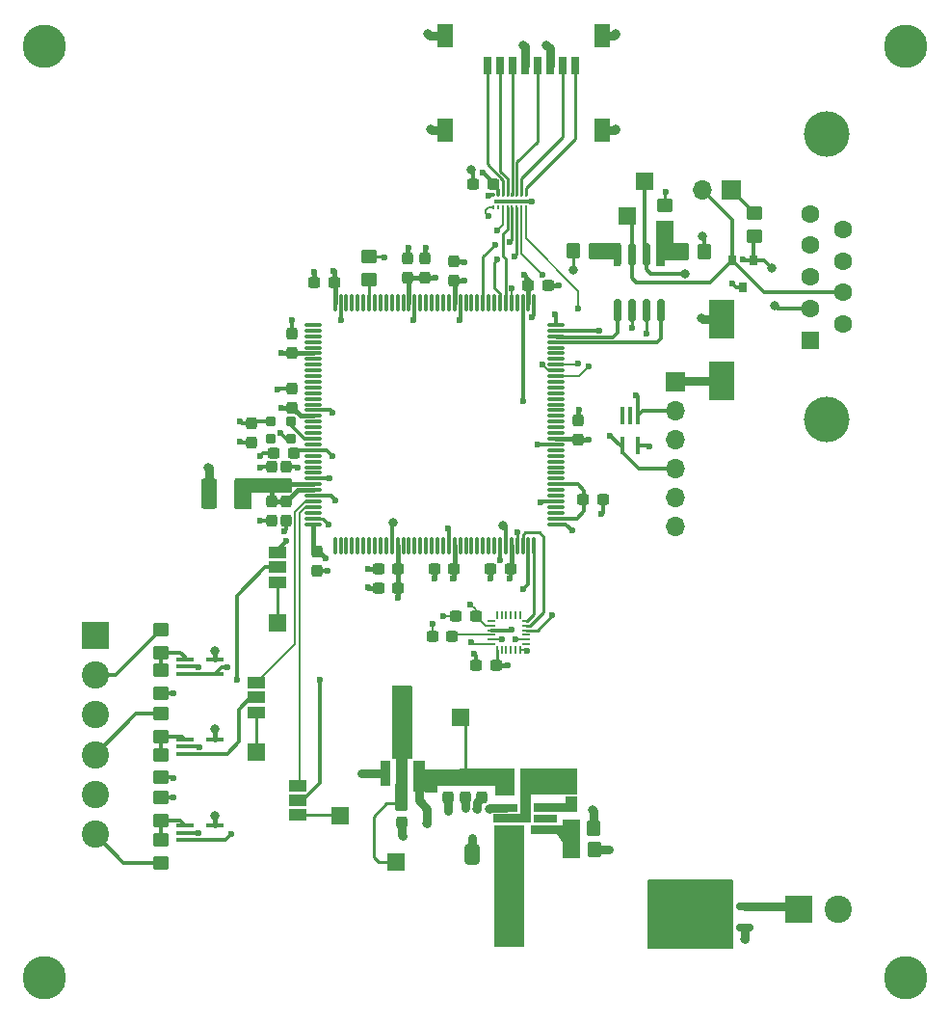
<source format=gtl>
G04 #@! TF.GenerationSoftware,KiCad,Pcbnew,(6.0.5)*
G04 #@! TF.CreationDate,2023-02-15T02:15:57-07:00*
G04 #@! TF.ProjectId,EVCU,45564355-2e6b-4696-9361-645f70636258,rev?*
G04 #@! TF.SameCoordinates,Original*
G04 #@! TF.FileFunction,Copper,L1,Top*
G04 #@! TF.FilePolarity,Positive*
%FSLAX46Y46*%
G04 Gerber Fmt 4.6, Leading zero omitted, Abs format (unit mm)*
G04 Created by KiCad (PCBNEW (6.0.5)) date 2023-02-15 02:15:57*
%MOMM*%
%LPD*%
G01*
G04 APERTURE LIST*
G04 Aperture macros list*
%AMRoundRect*
0 Rectangle with rounded corners*
0 $1 Rounding radius*
0 $2 $3 $4 $5 $6 $7 $8 $9 X,Y pos of 4 corners*
0 Add a 4 corners polygon primitive as box body*
4,1,4,$2,$3,$4,$5,$6,$7,$8,$9,$2,$3,0*
0 Add four circle primitives for the rounded corners*
1,1,$1+$1,$2,$3*
1,1,$1+$1,$4,$5*
1,1,$1+$1,$6,$7*
1,1,$1+$1,$8,$9*
0 Add four rect primitives between the rounded corners*
20,1,$1+$1,$2,$3,$4,$5,0*
20,1,$1+$1,$4,$5,$6,$7,0*
20,1,$1+$1,$6,$7,$8,$9,0*
20,1,$1+$1,$8,$9,$2,$3,0*%
%AMFreePoly0*
4,1,14,0.266715,0.088284,0.363284,-0.008285,0.375000,-0.036569,0.375000,-0.060000,0.363284,-0.088284,0.335000,-0.100000,-0.335000,-0.100000,-0.363284,-0.088284,-0.375000,-0.060000,-0.375000,0.060000,-0.363284,0.088284,-0.335000,0.100000,0.238431,0.100000,0.266715,0.088284,0.266715,0.088284,$1*%
%AMFreePoly1*
4,1,14,0.363284,0.088284,0.375000,0.060000,0.375000,0.036569,0.363284,0.008285,0.266715,-0.088284,0.238431,-0.100000,-0.335000,-0.100000,-0.363284,-0.088284,-0.375000,-0.060000,-0.375000,0.060000,-0.363284,0.088284,-0.335000,0.100000,0.335000,0.100000,0.363284,0.088284,0.363284,0.088284,$1*%
%AMFreePoly2*
4,1,14,0.088284,0.363284,0.100000,0.335000,0.100000,-0.335000,0.088284,-0.363284,0.060000,-0.375000,-0.060000,-0.375000,-0.088284,-0.363284,-0.100000,-0.335000,-0.100000,0.238431,-0.088284,0.266715,0.008285,0.363284,0.036569,0.375000,0.060000,0.375000,0.088284,0.363284,0.088284,0.363284,$1*%
%AMFreePoly3*
4,1,14,-0.008285,0.363284,0.088284,0.266715,0.100000,0.238431,0.100000,-0.335000,0.088284,-0.363284,0.060000,-0.375000,-0.060000,-0.375000,-0.088284,-0.363284,-0.100000,-0.335000,-0.100000,0.335000,-0.088284,0.363284,-0.060000,0.375000,-0.036569,0.375000,-0.008285,0.363284,-0.008285,0.363284,$1*%
%AMFreePoly4*
4,1,14,0.363284,0.088284,0.375000,0.060000,0.375000,-0.060000,0.363284,-0.088284,0.335000,-0.100000,-0.238431,-0.100000,-0.266715,-0.088284,-0.363284,0.008285,-0.375000,0.036569,-0.375000,0.060000,-0.363284,0.088284,-0.335000,0.100000,0.335000,0.100000,0.363284,0.088284,0.363284,0.088284,$1*%
%AMFreePoly5*
4,1,14,0.363284,0.088284,0.375000,0.060000,0.375000,-0.060000,0.363284,-0.088284,0.335000,-0.100000,-0.335000,-0.100000,-0.363284,-0.088284,-0.375000,-0.060000,-0.375000,-0.036569,-0.363284,-0.008285,-0.266715,0.088284,-0.238431,0.100000,0.335000,0.100000,0.363284,0.088284,0.363284,0.088284,$1*%
%AMFreePoly6*
4,1,14,0.088284,0.363284,0.100000,0.335000,0.100000,-0.238431,0.088284,-0.266715,-0.008285,-0.363284,-0.036569,-0.375000,-0.060000,-0.375000,-0.088284,-0.363284,-0.100000,-0.335000,-0.100000,0.335000,-0.088284,0.363284,-0.060000,0.375000,0.060000,0.375000,0.088284,0.363284,0.088284,0.363284,$1*%
%AMFreePoly7*
4,1,14,0.088284,0.363284,0.100000,0.335000,0.100000,-0.335000,0.088284,-0.363284,0.060000,-0.375000,0.036569,-0.375000,0.008285,-0.363284,-0.088284,-0.266715,-0.100000,-0.238431,-0.100000,0.335000,-0.088284,0.363284,-0.060000,0.375000,0.060000,0.375000,0.088284,0.363284,0.088284,0.363284,$1*%
%AMFreePoly8*
4,1,9,5.362500,-0.866500,1.237500,-0.866500,1.237500,-0.450000,-1.237500,-0.450000,-1.237500,0.450000,1.237500,0.450000,1.237500,0.866500,5.362500,0.866500,5.362500,-0.866500,5.362500,-0.866500,$1*%
G04 Aperture macros list end*
G04 #@! TA.AperFunction,SMDPad,CuDef*
%ADD10R,1.500000X1.500000*%
G04 #@! TD*
G04 #@! TA.AperFunction,SMDPad,CuDef*
%ADD11RoundRect,0.237500X0.237500X-0.300000X0.237500X0.300000X-0.237500X0.300000X-0.237500X-0.300000X0*%
G04 #@! TD*
G04 #@! TA.AperFunction,SMDPad,CuDef*
%ADD12R,0.400000X1.500000*%
G04 #@! TD*
G04 #@! TA.AperFunction,SMDPad,CuDef*
%ADD13R,1.500000X1.000000*%
G04 #@! TD*
G04 #@! TA.AperFunction,SMDPad,CuDef*
%ADD14FreePoly0,270.000000*%
G04 #@! TD*
G04 #@! TA.AperFunction,SMDPad,CuDef*
%ADD15RoundRect,0.050000X-0.050000X0.325000X-0.050000X-0.325000X0.050000X-0.325000X0.050000X0.325000X0*%
G04 #@! TD*
G04 #@! TA.AperFunction,SMDPad,CuDef*
%ADD16FreePoly1,270.000000*%
G04 #@! TD*
G04 #@! TA.AperFunction,SMDPad,CuDef*
%ADD17FreePoly2,270.000000*%
G04 #@! TD*
G04 #@! TA.AperFunction,SMDPad,CuDef*
%ADD18RoundRect,0.050000X-0.325000X0.050000X-0.325000X-0.050000X0.325000X-0.050000X0.325000X0.050000X0*%
G04 #@! TD*
G04 #@! TA.AperFunction,SMDPad,CuDef*
%ADD19FreePoly3,270.000000*%
G04 #@! TD*
G04 #@! TA.AperFunction,SMDPad,CuDef*
%ADD20FreePoly4,270.000000*%
G04 #@! TD*
G04 #@! TA.AperFunction,SMDPad,CuDef*
%ADD21FreePoly5,270.000000*%
G04 #@! TD*
G04 #@! TA.AperFunction,SMDPad,CuDef*
%ADD22FreePoly6,270.000000*%
G04 #@! TD*
G04 #@! TA.AperFunction,SMDPad,CuDef*
%ADD23FreePoly7,270.000000*%
G04 #@! TD*
G04 #@! TA.AperFunction,SMDPad,CuDef*
%ADD24RoundRect,0.250001X0.462499X0.849999X-0.462499X0.849999X-0.462499X-0.849999X0.462499X-0.849999X0*%
G04 #@! TD*
G04 #@! TA.AperFunction,SMDPad,CuDef*
%ADD25RoundRect,0.237500X0.300000X0.237500X-0.300000X0.237500X-0.300000X-0.237500X0.300000X-0.237500X0*%
G04 #@! TD*
G04 #@! TA.AperFunction,SMDPad,CuDef*
%ADD26R,0.900000X2.300000*%
G04 #@! TD*
G04 #@! TA.AperFunction,SMDPad,CuDef*
%ADD27FreePoly8,90.000000*%
G04 #@! TD*
G04 #@! TA.AperFunction,ComponentPad*
%ADD28C,3.800000*%
G04 #@! TD*
G04 #@! TA.AperFunction,SMDPad,CuDef*
%ADD29RoundRect,0.237500X-0.237500X0.300000X-0.237500X-0.300000X0.237500X-0.300000X0.237500X0.300000X0*%
G04 #@! TD*
G04 #@! TA.AperFunction,SMDPad,CuDef*
%ADD30RoundRect,0.250001X-0.462499X-1.074999X0.462499X-1.074999X0.462499X1.074999X-0.462499X1.074999X0*%
G04 #@! TD*
G04 #@! TA.AperFunction,SMDPad,CuDef*
%ADD31RoundRect,0.250000X-0.450000X0.350000X-0.450000X-0.350000X0.450000X-0.350000X0.450000X0.350000X0*%
G04 #@! TD*
G04 #@! TA.AperFunction,SMDPad,CuDef*
%ADD32R,1.500000X0.400000*%
G04 #@! TD*
G04 #@! TA.AperFunction,SMDPad,CuDef*
%ADD33RoundRect,0.250000X0.350000X0.450000X-0.350000X0.450000X-0.350000X-0.450000X0.350000X-0.450000X0*%
G04 #@! TD*
G04 #@! TA.AperFunction,SMDPad,CuDef*
%ADD34RoundRect,0.250000X0.412500X0.650000X-0.412500X0.650000X-0.412500X-0.650000X0.412500X-0.650000X0*%
G04 #@! TD*
G04 #@! TA.AperFunction,SMDPad,CuDef*
%ADD35R,2.000000X0.650000*%
G04 #@! TD*
G04 #@! TA.AperFunction,SMDPad,CuDef*
%ADD36RoundRect,0.250000X-0.350000X-0.450000X0.350000X-0.450000X0.350000X0.450000X-0.350000X0.450000X0*%
G04 #@! TD*
G04 #@! TA.AperFunction,ComponentPad*
%ADD37R,2.400000X2.400000*%
G04 #@! TD*
G04 #@! TA.AperFunction,ComponentPad*
%ADD38C,2.400000*%
G04 #@! TD*
G04 #@! TA.AperFunction,ComponentPad*
%ADD39C,2.235200*%
G04 #@! TD*
G04 #@! TA.AperFunction,SMDPad,CuDef*
%ADD40RoundRect,0.075000X-0.662500X-0.075000X0.662500X-0.075000X0.662500X0.075000X-0.662500X0.075000X0*%
G04 #@! TD*
G04 #@! TA.AperFunction,SMDPad,CuDef*
%ADD41RoundRect,0.075000X-0.075000X-0.662500X0.075000X-0.662500X0.075000X0.662500X-0.075000X0.662500X0*%
G04 #@! TD*
G04 #@! TA.AperFunction,SMDPad,CuDef*
%ADD42RoundRect,0.237500X-0.300000X-0.237500X0.300000X-0.237500X0.300000X0.237500X-0.300000X0.237500X0*%
G04 #@! TD*
G04 #@! TA.AperFunction,ComponentPad*
%ADD43R,1.700000X1.700000*%
G04 #@! TD*
G04 #@! TA.AperFunction,ComponentPad*
%ADD44O,1.700000X1.700000*%
G04 #@! TD*
G04 #@! TA.AperFunction,SMDPad,CuDef*
%ADD45RoundRect,0.150000X0.587500X0.150000X-0.587500X0.150000X-0.587500X-0.150000X0.587500X-0.150000X0*%
G04 #@! TD*
G04 #@! TA.AperFunction,SMDPad,CuDef*
%ADD46R,2.300000X3.500000*%
G04 #@! TD*
G04 #@! TA.AperFunction,SMDPad,CuDef*
%ADD47RoundRect,0.150000X0.150000X-0.825000X0.150000X0.825000X-0.150000X0.825000X-0.150000X-0.825000X0*%
G04 #@! TD*
G04 #@! TA.AperFunction,SMDPad,CuDef*
%ADD48R,0.800000X1.500000*%
G04 #@! TD*
G04 #@! TA.AperFunction,SMDPad,CuDef*
%ADD49R,1.450000X2.000000*%
G04 #@! TD*
G04 #@! TA.AperFunction,SMDPad,CuDef*
%ADD50RoundRect,0.250000X0.450000X-0.350000X0.450000X0.350000X-0.450000X0.350000X-0.450000X-0.350000X0*%
G04 #@! TD*
G04 #@! TA.AperFunction,ComponentPad*
%ADD51C,4.000000*%
G04 #@! TD*
G04 #@! TA.AperFunction,ComponentPad*
%ADD52R,1.600000X1.600000*%
G04 #@! TD*
G04 #@! TA.AperFunction,ComponentPad*
%ADD53C,1.600000*%
G04 #@! TD*
G04 #@! TA.AperFunction,SMDPad,CuDef*
%ADD54RoundRect,0.200000X0.250000X-0.200000X0.250000X0.200000X-0.250000X0.200000X-0.250000X-0.200000X0*%
G04 #@! TD*
G04 #@! TA.AperFunction,SMDPad,CuDef*
%ADD55R,0.800000X0.900000*%
G04 #@! TD*
G04 #@! TA.AperFunction,SMDPad,CuDef*
%ADD56R,0.200000X0.450000*%
G04 #@! TD*
G04 #@! TA.AperFunction,SMDPad,CuDef*
%ADD57R,2.800000X0.300000*%
G04 #@! TD*
G04 #@! TA.AperFunction,ViaPad*
%ADD58C,0.800000*%
G04 #@! TD*
G04 #@! TA.AperFunction,ViaPad*
%ADD59C,0.600000*%
G04 #@! TD*
G04 #@! TA.AperFunction,Conductor*
%ADD60C,0.800000*%
G04 #@! TD*
G04 #@! TA.AperFunction,Conductor*
%ADD61C,0.400000*%
G04 #@! TD*
G04 #@! TA.AperFunction,Conductor*
%ADD62C,0.250000*%
G04 #@! TD*
G04 #@! TA.AperFunction,Conductor*
%ADD63C,0.300000*%
G04 #@! TD*
G04 #@! TA.AperFunction,Conductor*
%ADD64C,0.200000*%
G04 #@! TD*
G04 APERTURE END LIST*
D10*
X136579531Y-57293200D03*
X135055531Y-60341200D03*
D11*
X130105200Y-111915100D03*
X130105200Y-110190100D03*
D12*
X135955800Y-77867200D03*
X135305800Y-77867200D03*
X134655800Y-77867200D03*
X134655800Y-80527200D03*
X135955800Y-80527200D03*
D13*
X104292400Y-89886000D03*
X104292400Y-91186000D03*
X104292400Y-92486000D03*
D11*
X119846400Y-66029700D03*
X119846400Y-64304700D03*
D14*
X125621600Y-95417200D03*
D15*
X125221600Y-95417200D03*
X124821600Y-95417200D03*
X124421600Y-95417200D03*
X124021600Y-95417200D03*
D16*
X123621600Y-95417200D03*
D17*
X123121600Y-95917200D03*
D18*
X123121600Y-96317200D03*
X123121600Y-96717200D03*
X123121600Y-97117200D03*
X123121600Y-97517200D03*
D19*
X123121600Y-97917200D03*
D20*
X123621600Y-98417200D03*
D15*
X124021600Y-98417200D03*
X124421600Y-98417200D03*
X124821600Y-98417200D03*
X125221600Y-98417200D03*
D21*
X125621600Y-98417200D03*
D22*
X126121600Y-97917200D03*
D18*
X126121600Y-97517200D03*
X126121600Y-97117200D03*
X126121600Y-96717200D03*
X126121600Y-96317200D03*
D23*
X126121600Y-95917200D03*
D24*
X126695700Y-110036600D03*
X124370700Y-110036600D03*
D25*
X123502900Y-99838200D03*
X121777900Y-99838200D03*
D26*
X113765200Y-109312600D03*
D27*
X115265200Y-109225100D03*
D26*
X116765200Y-109312600D03*
D10*
X109820200Y-112979200D03*
D28*
X83820000Y-45466000D03*
D29*
X115243008Y-111910156D03*
X115243008Y-113635156D03*
D28*
X159512000Y-45466000D03*
D30*
X98292900Y-84725200D03*
X101267900Y-84725200D03*
D11*
X130768400Y-79999700D03*
X130768400Y-78274700D03*
D25*
X109278900Y-66183200D03*
X107553900Y-66183200D03*
D31*
X94081600Y-107661200D03*
X94081600Y-109661200D03*
D32*
X96155200Y-99273600D03*
X96155200Y-99923600D03*
X96155200Y-100573600D03*
X98815200Y-100573600D03*
X98815200Y-99273600D03*
D11*
X117306400Y-65775700D03*
X117306400Y-64050700D03*
D33*
X132121200Y-114117856D03*
X130121200Y-114117856D03*
D13*
X102479600Y-101316000D03*
X102479600Y-102616000D03*
X102479600Y-103916000D03*
D34*
X124555700Y-116386600D03*
X121430700Y-116386600D03*
D31*
X94081600Y-104054400D03*
X94081600Y-106054400D03*
D33*
X132321731Y-63414600D03*
X130321731Y-63414600D03*
D35*
X124409200Y-112308600D03*
X124409200Y-113258600D03*
X124409200Y-114208600D03*
X127829200Y-114208600D03*
X127829200Y-113258600D03*
X127829200Y-112308600D03*
D31*
X94081600Y-96688400D03*
X94081600Y-98688400D03*
D25*
X124772900Y-91329200D03*
X123047900Y-91329200D03*
D10*
X104292400Y-96053400D03*
D36*
X139846731Y-63465400D03*
X141846731Y-63465400D03*
D32*
X96155200Y-106284000D03*
X96155200Y-106934000D03*
X96155200Y-107584000D03*
X98815200Y-107584000D03*
X98815200Y-106284000D03*
D25*
X114892300Y-91329200D03*
X113167300Y-91329200D03*
D13*
X106086400Y-110358400D03*
X106086400Y-111658400D03*
X106086400Y-112958400D03*
D37*
X150091200Y-121194600D03*
D38*
X153591200Y-121194600D03*
D10*
X114757200Y-117094000D03*
D25*
X114892300Y-93005600D03*
X113167300Y-93005600D03*
X119819900Y-91329200D03*
X118094900Y-91329200D03*
D39*
X138153808Y-123288256D03*
X138153808Y-119986256D03*
X124691808Y-123288256D03*
X124691808Y-119986256D03*
D40*
X107456700Y-69904600D03*
X107456700Y-70404600D03*
X107456700Y-70904600D03*
X107456700Y-71404600D03*
X107456700Y-71904600D03*
X107456700Y-72404600D03*
X107456700Y-72904600D03*
X107456700Y-73404600D03*
X107456700Y-73904600D03*
X107456700Y-74404600D03*
X107456700Y-74904600D03*
X107456700Y-75404600D03*
X107456700Y-75904600D03*
X107456700Y-76404600D03*
X107456700Y-76904600D03*
X107456700Y-77404600D03*
X107456700Y-77904600D03*
X107456700Y-78404600D03*
X107456700Y-78904600D03*
X107456700Y-79404600D03*
X107456700Y-79904600D03*
X107456700Y-80404600D03*
X107456700Y-80904600D03*
X107456700Y-81404600D03*
X107456700Y-81904600D03*
X107456700Y-82404600D03*
X107456700Y-82904600D03*
X107456700Y-83404600D03*
X107456700Y-83904600D03*
X107456700Y-84404600D03*
X107456700Y-84904600D03*
X107456700Y-85404600D03*
X107456700Y-85904600D03*
X107456700Y-86404600D03*
X107456700Y-86904600D03*
X107456700Y-87404600D03*
D41*
X109369200Y-89317100D03*
X109869200Y-89317100D03*
X110369200Y-89317100D03*
X110869200Y-89317100D03*
X111369200Y-89317100D03*
X111869200Y-89317100D03*
X112369200Y-89317100D03*
X112869200Y-89317100D03*
X113369200Y-89317100D03*
X113869200Y-89317100D03*
X114369200Y-89317100D03*
X114869200Y-89317100D03*
X115369200Y-89317100D03*
X115869200Y-89317100D03*
X116369200Y-89317100D03*
X116869200Y-89317100D03*
X117369200Y-89317100D03*
X117869200Y-89317100D03*
X118369200Y-89317100D03*
X118869200Y-89317100D03*
X119369200Y-89317100D03*
X119869200Y-89317100D03*
X120369200Y-89317100D03*
X120869200Y-89317100D03*
X121369200Y-89317100D03*
X121869200Y-89317100D03*
X122369200Y-89317100D03*
X122869200Y-89317100D03*
X123369200Y-89317100D03*
X123869200Y-89317100D03*
X124369200Y-89317100D03*
X124869200Y-89317100D03*
X125369200Y-89317100D03*
X125869200Y-89317100D03*
X126369200Y-89317100D03*
X126869200Y-89317100D03*
D40*
X128781700Y-87404600D03*
X128781700Y-86904600D03*
X128781700Y-86404600D03*
X128781700Y-85904600D03*
X128781700Y-85404600D03*
X128781700Y-84904600D03*
X128781700Y-84404600D03*
X128781700Y-83904600D03*
X128781700Y-83404600D03*
X128781700Y-82904600D03*
X128781700Y-82404600D03*
X128781700Y-81904600D03*
X128781700Y-81404600D03*
X128781700Y-80904600D03*
X128781700Y-80404600D03*
X128781700Y-79904600D03*
X128781700Y-79404600D03*
X128781700Y-78904600D03*
X128781700Y-78404600D03*
X128781700Y-77904600D03*
X128781700Y-77404600D03*
X128781700Y-76904600D03*
X128781700Y-76404600D03*
X128781700Y-75904600D03*
X128781700Y-75404600D03*
X128781700Y-74904600D03*
X128781700Y-74404600D03*
X128781700Y-73904600D03*
X128781700Y-73404600D03*
X128781700Y-72904600D03*
X128781700Y-72404600D03*
X128781700Y-71904600D03*
X128781700Y-71404600D03*
X128781700Y-70904600D03*
X128781700Y-70404600D03*
X128781700Y-69904600D03*
D41*
X126869200Y-67992100D03*
X126369200Y-67992100D03*
X125869200Y-67992100D03*
X125369200Y-67992100D03*
X124869200Y-67992100D03*
X124369200Y-67992100D03*
X123869200Y-67992100D03*
X123369200Y-67992100D03*
X122869200Y-67992100D03*
X122369200Y-67992100D03*
X121869200Y-67992100D03*
X121369200Y-67992100D03*
X120869200Y-67992100D03*
X120369200Y-67992100D03*
X119869200Y-67992100D03*
X119369200Y-67992100D03*
X118869200Y-67992100D03*
X118369200Y-67992100D03*
X117869200Y-67992100D03*
X117369200Y-67992100D03*
X116869200Y-67992100D03*
X116369200Y-67992100D03*
X115869200Y-67992100D03*
X115369200Y-67992100D03*
X114869200Y-67992100D03*
X114369200Y-67992100D03*
X113869200Y-67992100D03*
X113369200Y-67992100D03*
X112869200Y-67992100D03*
X112369200Y-67992100D03*
X111869200Y-67992100D03*
X111369200Y-67992100D03*
X110869200Y-67992100D03*
X110369200Y-67992100D03*
X109869200Y-67992100D03*
X109369200Y-67992100D03*
D11*
X115782400Y-65775700D03*
X115782400Y-64050700D03*
D42*
X131175900Y-85233200D03*
X132900900Y-85233200D03*
D43*
X144204531Y-58055200D03*
D44*
X141664531Y-58055200D03*
D45*
X145412700Y-122844600D03*
X145412700Y-120944600D03*
X143537700Y-121894600D03*
D25*
X121724900Y-95469400D03*
X119999900Y-95469400D03*
D43*
X139319000Y-74904600D03*
D44*
X139319000Y-77444600D03*
X139319000Y-79984600D03*
X139319000Y-82524600D03*
X139319000Y-85064600D03*
X139319000Y-87604600D03*
D31*
X94081600Y-100244400D03*
X94081600Y-102244400D03*
D32*
X96155200Y-113853200D03*
X96155200Y-114503200D03*
X96155200Y-115153200D03*
X98815200Y-115153200D03*
X98815200Y-113853200D03*
D31*
X146231531Y-60103200D03*
X146231531Y-62103200D03*
D28*
X159512000Y-127254000D03*
D42*
X121523900Y-57547200D03*
X123248900Y-57547200D03*
D29*
X119307008Y-109674956D03*
X119307008Y-111399956D03*
X120863208Y-109682100D03*
X120863208Y-111407100D03*
D37*
X88279200Y-97142600D03*
D38*
X88279200Y-100642600D03*
X88279200Y-104142600D03*
X88279200Y-107642600D03*
X88279200Y-111142600D03*
X88279200Y-114642600D03*
D10*
X102454200Y-107391200D03*
D46*
X143383000Y-74836000D03*
X143383000Y-69436000D03*
D29*
X105114400Y-85386700D03*
X105114400Y-87111700D03*
D11*
X105622400Y-77205700D03*
X105622400Y-75480700D03*
D10*
X120370600Y-104394000D03*
D25*
X105722900Y-81169200D03*
X103997900Y-81169200D03*
D11*
X105114400Y-84063700D03*
X105114400Y-82338700D03*
D47*
X134166531Y-68658200D03*
X135436531Y-68658200D03*
X136706531Y-68658200D03*
X137976531Y-68658200D03*
X137976531Y-63708200D03*
X136706531Y-63708200D03*
X135436531Y-63708200D03*
X134166531Y-63708200D03*
D48*
X122742400Y-47107200D03*
X123842400Y-47107200D03*
X124942400Y-47107200D03*
X126042400Y-47107200D03*
X127142400Y-47107200D03*
X128242400Y-47107200D03*
X129342400Y-47107200D03*
X130442400Y-47107200D03*
D49*
X132817400Y-44507200D03*
X119067400Y-44507200D03*
X119067400Y-52807200D03*
X132817400Y-52807200D03*
D25*
X119667500Y-97222000D03*
X117942500Y-97222000D03*
D11*
X105622400Y-72379700D03*
X105622400Y-70654700D03*
D50*
X94081600Y-117128800D03*
X94081600Y-115128800D03*
X112378800Y-65938600D03*
X112378800Y-63938600D03*
D29*
X103844400Y-85386700D03*
X103844400Y-87111700D03*
X107823000Y-89815500D03*
X107823000Y-91540500D03*
D51*
X152594869Y-78185200D03*
X152594869Y-53185200D03*
D52*
X151174869Y-71225200D03*
D53*
X151174869Y-68455200D03*
X151174869Y-65685200D03*
X151174869Y-62915200D03*
X151174869Y-60145200D03*
X154014869Y-69840200D03*
X154014869Y-67070200D03*
X154014869Y-64300200D03*
X154014869Y-61530200D03*
D11*
X103844400Y-84063700D03*
X103844400Y-82338700D03*
D54*
X103681400Y-79862200D03*
X105531400Y-79862200D03*
X105531400Y-78412200D03*
X103681400Y-78412200D03*
D55*
X146165531Y-64221200D03*
X144265531Y-64221200D03*
X145215531Y-66621200D03*
D29*
X102057200Y-78528700D03*
X102057200Y-80253700D03*
D36*
X130143408Y-115998456D03*
X132143408Y-115998456D03*
D56*
X123322400Y-59616200D03*
X123722400Y-59616200D03*
X124122400Y-59616200D03*
X124522400Y-59616200D03*
X124922400Y-59616200D03*
X125322400Y-59616200D03*
X125722400Y-59616200D03*
X126122400Y-59616200D03*
X126122400Y-58465200D03*
X125722400Y-58465200D03*
X125322400Y-58465200D03*
X124922400Y-58465200D03*
X124522400Y-58465200D03*
X124122400Y-58465200D03*
X123722400Y-58465200D03*
X123322400Y-58465200D03*
D57*
X124722400Y-59041200D03*
D50*
X94081600Y-113420400D03*
X94081600Y-111420400D03*
D42*
X126349900Y-66437200D03*
X128074900Y-66437200D03*
D29*
X122231200Y-109682100D03*
X122231200Y-111407100D03*
D28*
X83820000Y-127254000D03*
D31*
X138382931Y-59417400D03*
X138382931Y-61417400D03*
D58*
X98256400Y-82439200D03*
D59*
X119761000Y-92202000D03*
X136740431Y-70694200D03*
D58*
X115265200Y-103282600D03*
D59*
X122386400Y-56531200D03*
X101041200Y-78375200D03*
X131699000Y-80010000D03*
X124570800Y-99838200D03*
X104648000Y-72390000D03*
D58*
X125942400Y-45355200D03*
D59*
X121285000Y-94488000D03*
X120777000Y-66040000D03*
D58*
X115265200Y-102082600D03*
D59*
X122894400Y-58563200D03*
X124714000Y-92202000D03*
X114935000Y-93853000D03*
X104648000Y-77216000D03*
X125984000Y-65532000D03*
X118237000Y-65786000D03*
X130184200Y-87926700D03*
X109220000Y-65151000D03*
X138416831Y-58197400D03*
X128736400Y-68977200D03*
X108585000Y-90424000D03*
D58*
X127974400Y-45355200D03*
D59*
X102828400Y-82439200D03*
X127466400Y-85487200D03*
X135436531Y-70194700D03*
X126704400Y-59071200D03*
X125196600Y-97517200D03*
X108772000Y-87417600D03*
X130810000Y-77343000D03*
X115824000Y-63119000D03*
X118110000Y-92202000D03*
D58*
X115316000Y-114808000D03*
X114512400Y-87265200D03*
D59*
X121430700Y-114990148D03*
X109178400Y-77613200D03*
X137007600Y-80568800D03*
X144272000Y-66294000D03*
X119281608Y-112569456D03*
X97383600Y-99974400D03*
X111674800Y-109312600D03*
D58*
X130324931Y-65070100D03*
D59*
X104606400Y-79391200D03*
X129032000Y-66421000D03*
D58*
X121370400Y-56277200D03*
X124164400Y-87519200D03*
X141605000Y-69342000D03*
D59*
X95148400Y-102260400D03*
X133454808Y-115998456D03*
X101041200Y-80153200D03*
X109940400Y-69485200D03*
X112268000Y-92964000D03*
X116290400Y-69485200D03*
D58*
X141659531Y-62119200D03*
D59*
X117348000Y-63119000D03*
D58*
X117814400Y-52721200D03*
D59*
X112556400Y-109312600D03*
X119338400Y-87773200D03*
X123063000Y-92202000D03*
X106130400Y-82439200D03*
X95199200Y-109677200D03*
X120354400Y-69485200D03*
X102828400Y-81423200D03*
X121573600Y-98771400D03*
X107569000Y-65278000D03*
D58*
X134070400Y-44339200D03*
X145412700Y-123878100D03*
D59*
X102777600Y-87138200D03*
D58*
X121843800Y-112395000D03*
D59*
X120777000Y-64389000D03*
X104927400Y-88036400D03*
D58*
X117560400Y-44339200D03*
D59*
X120863208Y-112314456D03*
X113674200Y-63948000D03*
X126238000Y-98552000D03*
X108924400Y-83404400D03*
X105622400Y-69485200D03*
D58*
X134070400Y-52721200D03*
D59*
X97332800Y-114503200D03*
X127212400Y-80407200D03*
X95199200Y-111404400D03*
X132800400Y-86503200D03*
X108712000Y-91490800D03*
X118855800Y-95469400D03*
X104352400Y-75581200D03*
X97434400Y-106984800D03*
X112268000Y-91313000D03*
X124046600Y-97517200D03*
X126704400Y-69231200D03*
D58*
X122936000Y-112420400D03*
D59*
X117916000Y-96129800D03*
D58*
X98806000Y-113030000D03*
X117475000Y-113665000D03*
X117475000Y-112522000D03*
D59*
X122231200Y-109782600D03*
D58*
X116840000Y-111760000D03*
X98806000Y-98552000D03*
X132029200Y-112496600D03*
X98806000Y-105410000D03*
D59*
X127870000Y-113262400D03*
X124466400Y-114202200D03*
X109178400Y-81423200D03*
X109407000Y-85284000D03*
X105105200Y-88874600D03*
X132597200Y-70399600D03*
X135848400Y-76089200D03*
X125942400Y-76597200D03*
X133562400Y-79645200D03*
X100279200Y-114655600D03*
X100736400Y-101041200D03*
X108000800Y-101041200D03*
X99872800Y-99974400D03*
D58*
X147755531Y-64913200D03*
X148009531Y-68215200D03*
D59*
X145215531Y-64151200D03*
D58*
X140135531Y-65421200D03*
D59*
X121345000Y-97730000D03*
X123910400Y-90567200D03*
X128482400Y-95393200D03*
X125369200Y-88092400D03*
X124926400Y-96663200D03*
X125942400Y-93107200D03*
X131682800Y-73549200D03*
X122894400Y-60341200D03*
X127593400Y-65548200D03*
X127593400Y-73380213D03*
X130768400Y-68469200D03*
X130768400Y-73295200D03*
X124926400Y-66691200D03*
X123656400Y-61611200D03*
X123656400Y-64151200D03*
X125180400Y-63897200D03*
X123420900Y-62881200D03*
X124715900Y-62627200D03*
D60*
X117475000Y-112522000D02*
X117475000Y-112395000D01*
X117475000Y-112522000D02*
X117475000Y-113665000D01*
X117475000Y-112395000D02*
X116840000Y-111760000D01*
D61*
X104658300Y-77205700D02*
X104648000Y-77216000D01*
X114869200Y-89317100D02*
X114869200Y-91306100D01*
D62*
X115243008Y-111910156D02*
X113921244Y-111910156D01*
D61*
X119869200Y-66052500D02*
X119846400Y-66029700D01*
D60*
X126042400Y-45455200D02*
X125942400Y-45355200D01*
D61*
X120777000Y-66040000D02*
X120766700Y-66029700D01*
D62*
X123621600Y-98417200D02*
X123621600Y-99747100D01*
D63*
X102057200Y-78528700D02*
X101194700Y-78528700D01*
X103681400Y-78412200D02*
X102173700Y-78412200D01*
X123722400Y-58465200D02*
X123722400Y-58020700D01*
D62*
X113207800Y-117094000D02*
X114757200Y-117094000D01*
D61*
X105622400Y-77205700D02*
X104658300Y-77205700D01*
D64*
X122572700Y-96317200D02*
X121724900Y-95469400D01*
D61*
X126369200Y-66456500D02*
X126349900Y-66437200D01*
D63*
X128781700Y-69022500D02*
X128736400Y-68977200D01*
D61*
X114869200Y-91306100D02*
X114892300Y-91329200D01*
X105622400Y-72379700D02*
X104658300Y-72379700D01*
D60*
X139387600Y-74836000D02*
X139319000Y-74904600D01*
D64*
X121724900Y-95469400D02*
X121724900Y-94927900D01*
D61*
X130673300Y-79904600D02*
X130768400Y-79999700D01*
X107456700Y-89449200D02*
X107823000Y-89815500D01*
D63*
X122386400Y-56531200D02*
X123248900Y-57393700D01*
D61*
X107456700Y-87404600D02*
X107456700Y-89449200D01*
X104658300Y-72379700D02*
X104648000Y-72390000D01*
D60*
X98292900Y-82475700D02*
X98256400Y-82439200D01*
D61*
X126349900Y-65897900D02*
X125984000Y-65532000D01*
X114892300Y-93005600D02*
X114892300Y-93810300D01*
X109278900Y-65209900D02*
X109220000Y-65151000D01*
D62*
X138382931Y-58231300D02*
X138416831Y-58197400D01*
D61*
X119819900Y-91329200D02*
X119819900Y-92143100D01*
X117306400Y-65775700D02*
X118226700Y-65775700D01*
D63*
X122992400Y-58465200D02*
X122894400Y-58563200D01*
D61*
X131688700Y-79999700D02*
X131699000Y-80010000D01*
X123502900Y-99838200D02*
X124570800Y-99838200D01*
D62*
X136706531Y-68658200D02*
X136706531Y-70660300D01*
D60*
X98292900Y-84725200D02*
X98292900Y-82475700D01*
D61*
X119819900Y-92143100D02*
X119761000Y-92202000D01*
D63*
X124772900Y-92143100D02*
X124714000Y-92202000D01*
X128781700Y-69904600D02*
X128781700Y-69022500D01*
D62*
X138382931Y-59417400D02*
X138382931Y-58231300D01*
D61*
X107456700Y-72404600D02*
X105647300Y-72404600D01*
X124869200Y-91232900D02*
X124869200Y-89317100D01*
X107823000Y-89815500D02*
X107976500Y-89815500D01*
X130768400Y-79999700D02*
X131688700Y-79999700D01*
X128781700Y-79904600D02*
X130673300Y-79904600D01*
X107456700Y-77904600D02*
X106321300Y-77904600D01*
D64*
X123121600Y-96317200D02*
X122572700Y-96317200D01*
D61*
X115869200Y-67992100D02*
X115869200Y-65862500D01*
D63*
X123248900Y-57393700D02*
X123248900Y-57547200D01*
X124772900Y-91329200D02*
X124869200Y-91232900D01*
D64*
X121724900Y-94927900D02*
X121285000Y-94488000D01*
D61*
X126369200Y-67992100D02*
X126369200Y-66456500D01*
D63*
X123322400Y-58465200D02*
X122992400Y-58465200D01*
D61*
X106321300Y-77904600D02*
X105622400Y-77205700D01*
X114892300Y-93810300D02*
X114935000Y-93853000D01*
X115869200Y-65862500D02*
X115782400Y-65775700D01*
D63*
X128781700Y-87404600D02*
X129662100Y-87404600D01*
D62*
X112776000Y-116662200D02*
X113207800Y-117094000D01*
D63*
X123722400Y-58020700D02*
X123248900Y-57547200D01*
D61*
X109369200Y-66273500D02*
X109278900Y-66183200D01*
X107976500Y-89815500D02*
X108585000Y-90424000D01*
D62*
X136706531Y-70660300D02*
X136740431Y-70694200D01*
D61*
X109369200Y-67992100D02*
X109369200Y-66273500D01*
D62*
X113921244Y-111910156D02*
X112776000Y-113055400D01*
D61*
X114892300Y-91329200D02*
X114892300Y-93005600D01*
X105647300Y-72404600D02*
X105622400Y-72379700D01*
X119869200Y-67992100D02*
X119869200Y-66052500D01*
X109278900Y-66183200D02*
X109278900Y-65209900D01*
X115782400Y-65775700D02*
X117306400Y-65775700D01*
D63*
X129662100Y-87404600D02*
X130184200Y-87926700D01*
D60*
X126042400Y-47107200D02*
X126042400Y-45455200D01*
D62*
X112776000Y-113055400D02*
X112776000Y-116662200D01*
D60*
X143383000Y-74836000D02*
X139387600Y-74836000D01*
D61*
X118226700Y-65775700D02*
X118237000Y-65786000D01*
X126349900Y-66437200D02*
X126349900Y-65897900D01*
D63*
X101194700Y-78528700D02*
X101041200Y-78375200D01*
D61*
X120766700Y-66029700D02*
X119846400Y-66029700D01*
D63*
X124772900Y-91329200D02*
X124772900Y-92143100D01*
D61*
X119869200Y-91279900D02*
X119819900Y-91329200D01*
X119869200Y-89317100D02*
X119869200Y-91279900D01*
D63*
X102173700Y-78412200D02*
X102057200Y-78528700D01*
D62*
X130321731Y-65066900D02*
X130324931Y-65070100D01*
D60*
X128242400Y-45623200D02*
X127974400Y-45355200D01*
X123047800Y-112308600D02*
X122936000Y-112420400D01*
D63*
X94081600Y-102244400D02*
X95132400Y-102244400D01*
X119369200Y-87804000D02*
X119338400Y-87773200D01*
X94081600Y-109661200D02*
X95183200Y-109661200D01*
X108662300Y-91540500D02*
X108712000Y-91490800D01*
D62*
X108772000Y-87417600D02*
X108259000Y-86904600D01*
D60*
X143383000Y-69436000D02*
X141699000Y-69436000D01*
D63*
X95132400Y-102244400D02*
X95148400Y-102260400D01*
D60*
X113765200Y-109312600D02*
X112556400Y-109312600D01*
D63*
X127215000Y-80404600D02*
X127212400Y-80407200D01*
X106029900Y-82338700D02*
X106130400Y-82439200D01*
D62*
X113664800Y-63938600D02*
X113674200Y-63948000D01*
D63*
X103844400Y-87111700D02*
X102804100Y-87111700D01*
X101141700Y-80253700D02*
X101041200Y-80153200D01*
X108969800Y-77404600D02*
X109178400Y-77613200D01*
X102804100Y-87111700D02*
X102777600Y-87138200D01*
X96155200Y-106934000D02*
X97383600Y-106934000D01*
X109869200Y-69414000D02*
X109940400Y-69485200D01*
X105531400Y-79862200D02*
X105077400Y-79862200D01*
X105622400Y-70654700D02*
X105622400Y-69485200D01*
D60*
X128242400Y-47107200D02*
X128242400Y-45623200D01*
X119307008Y-112544056D02*
X119281608Y-112569456D01*
D61*
X118094900Y-91329200D02*
X118094900Y-92186900D01*
D63*
X103082400Y-81169200D02*
X102828400Y-81423200D01*
X107456700Y-83404600D02*
X108924200Y-83404600D01*
X95183200Y-111420400D02*
X95199200Y-111404400D01*
D61*
X119846400Y-64304700D02*
X120692700Y-64304700D01*
D63*
X127549000Y-85404600D02*
X127466400Y-85487200D01*
D61*
X113167300Y-91329200D02*
X112284200Y-91329200D01*
X113167300Y-93005600D02*
X112309600Y-93005600D01*
D63*
X114369200Y-87408400D02*
X114512400Y-87265200D01*
X132900900Y-85233200D02*
X132900900Y-86402700D01*
D62*
X130321731Y-63414600D02*
X130321731Y-65066900D01*
D60*
X115243008Y-113635156D02*
X115243008Y-114735008D01*
X117900400Y-52807200D02*
X117814400Y-52721200D01*
D61*
X112309600Y-93005600D02*
X112268000Y-92964000D01*
D63*
X121523900Y-57547200D02*
X121523900Y-56430700D01*
X141846731Y-63465400D02*
X141846731Y-62306400D01*
D60*
X124409200Y-112308600D02*
X123047800Y-112308600D01*
D61*
X115782400Y-64050700D02*
X115782400Y-63160600D01*
D60*
X132817400Y-44507200D02*
X133902400Y-44507200D01*
X141699000Y-69436000D02*
X141605000Y-69342000D01*
D63*
X128781700Y-85404600D02*
X127549000Y-85404600D01*
D60*
X121430700Y-116386600D02*
X121430700Y-114990148D01*
D63*
X135955800Y-80527200D02*
X136966000Y-80527200D01*
D62*
X135436531Y-68658200D02*
X135436531Y-70194700D01*
D63*
X105114400Y-82338700D02*
X106029900Y-82338700D01*
D61*
X115782400Y-63160600D02*
X115824000Y-63119000D01*
X130768400Y-77384600D02*
X130810000Y-77343000D01*
D60*
X132817400Y-52807200D02*
X133984400Y-52807200D01*
X132143408Y-115998456D02*
X133454808Y-115998456D01*
X119307008Y-111399956D02*
X119307008Y-112544056D01*
D64*
X117942500Y-97222000D02*
X117942500Y-96156300D01*
D60*
X133984400Y-52807200D02*
X134070400Y-52721200D01*
D63*
X119369200Y-89317100D02*
X119369200Y-87804000D01*
X105622400Y-75480700D02*
X104452900Y-75480700D01*
D61*
X117306400Y-64050700D02*
X117306400Y-63160600D01*
D63*
X124369200Y-87724000D02*
X124164400Y-87519200D01*
X116369200Y-69406400D02*
X116290400Y-69485200D01*
X126674400Y-59041200D02*
X126704400Y-59071200D01*
D61*
X107553900Y-65293100D02*
X107569000Y-65278000D01*
X128074900Y-66437200D02*
X129015800Y-66437200D01*
X112284200Y-91329200D02*
X112268000Y-91313000D01*
D63*
X144599200Y-66621200D02*
X144272000Y-66294000D01*
D60*
X112556400Y-109312600D02*
X111674800Y-109312600D01*
D63*
X132900900Y-86402700D02*
X132800400Y-86503200D01*
D61*
X117306400Y-63160600D02*
X117348000Y-63119000D01*
D63*
X116369200Y-67992100D02*
X116369200Y-69406400D01*
D64*
X117942500Y-96156300D02*
X117916000Y-96129800D01*
D63*
X124722400Y-59041200D02*
X126674400Y-59041200D01*
X102928900Y-82338700D02*
X102828400Y-82439200D01*
X121523900Y-56430700D02*
X121370400Y-56277200D01*
D61*
X118094900Y-92186900D02*
X118110000Y-92202000D01*
D60*
X122231200Y-111407100D02*
X121843800Y-111794500D01*
D63*
X114369200Y-89317100D02*
X114369200Y-87408400D01*
X104452900Y-75480700D02*
X104352400Y-75581200D01*
X126869200Y-67992100D02*
X126869200Y-69066400D01*
X120369200Y-67992100D02*
X120369200Y-69470400D01*
D64*
X119999900Y-95469400D02*
X118855800Y-95469400D01*
D60*
X115243008Y-114735008D02*
X115316000Y-114808000D01*
D63*
X121777900Y-99838200D02*
X121777900Y-98975700D01*
X128781700Y-80404600D02*
X127215000Y-80404600D01*
X105114400Y-87849400D02*
X105114400Y-87111700D01*
X97332800Y-99923600D02*
X97383600Y-99974400D01*
D64*
X123121600Y-97517200D02*
X124046600Y-97517200D01*
D61*
X123047900Y-92186900D02*
X123063000Y-92202000D01*
D63*
X120369200Y-69470400D02*
X120354400Y-69485200D01*
X95183200Y-109661200D02*
X95199200Y-109677200D01*
X145215531Y-66621200D02*
X144599200Y-66621200D01*
X103844400Y-82338700D02*
X102928900Y-82338700D01*
X121777900Y-98975700D02*
X121573600Y-98771400D01*
D60*
X119067400Y-52807200D02*
X117900400Y-52807200D01*
D63*
X107456700Y-77404600D02*
X108969800Y-77404600D01*
D60*
X133902400Y-44507200D02*
X134070400Y-44339200D01*
D63*
X105077400Y-79862200D02*
X104606400Y-79391200D01*
D62*
X108259000Y-86904600D02*
X107456700Y-86904600D01*
D63*
X97383600Y-106934000D02*
X97434400Y-106984800D01*
D60*
X119067400Y-44507200D02*
X117728400Y-44507200D01*
X117728400Y-44507200D02*
X117560400Y-44339200D01*
D64*
X126103200Y-98417200D02*
X125621600Y-98417200D01*
D63*
X107823000Y-91540500D02*
X108662300Y-91540500D01*
D64*
X126238000Y-98552000D02*
X126103200Y-98417200D01*
D63*
X94081600Y-111420400D02*
X95183200Y-111420400D01*
D61*
X130768400Y-78274700D02*
X130768400Y-77384600D01*
X107553900Y-66183200D02*
X107553900Y-65293100D01*
D63*
X141846731Y-62306400D02*
X141659531Y-62119200D01*
D60*
X121843800Y-111794500D02*
X121843800Y-112395000D01*
D63*
X108924200Y-83404600D02*
X108924400Y-83404400D01*
X103997900Y-81169200D02*
X103082400Y-81169200D01*
D61*
X120692700Y-64304700D02*
X120777000Y-64389000D01*
D63*
X102057200Y-80253700D02*
X101141700Y-80253700D01*
X136966000Y-80527200D02*
X137007600Y-80568800D01*
D61*
X129015800Y-66437200D02*
X129032000Y-66421000D01*
D64*
X126121600Y-97517200D02*
X125196600Y-97517200D01*
D62*
X112378800Y-63938600D02*
X113664800Y-63938600D01*
D63*
X109869200Y-67992100D02*
X109869200Y-69414000D01*
D60*
X145412700Y-122844600D02*
X145412700Y-123878100D01*
D63*
X104927400Y-88036400D02*
X105114400Y-87849400D01*
X96155200Y-114503200D02*
X97332800Y-114503200D01*
X124369200Y-89317100D02*
X124369200Y-87724000D01*
X126869200Y-69066400D02*
X126704400Y-69231200D01*
D60*
X120863208Y-111407100D02*
X120863208Y-112314456D01*
D63*
X96155200Y-99923600D02*
X97332800Y-99923600D01*
D61*
X123047900Y-91329200D02*
X123047900Y-92186900D01*
D62*
X120863208Y-109682100D02*
X120863208Y-104886608D01*
X120863208Y-104886608D02*
X120370600Y-104394000D01*
D61*
X98815200Y-98561200D02*
X98806000Y-98552000D01*
X98815200Y-106284000D02*
X98815200Y-105419200D01*
X98815200Y-113039200D02*
X98806000Y-113030000D01*
D60*
X132121200Y-112588600D02*
X132121200Y-114117856D01*
D61*
X98815200Y-105419200D02*
X98806000Y-105410000D01*
D60*
X132029200Y-112496600D02*
X132121200Y-112588600D01*
X116765200Y-111685200D02*
X116765200Y-109312600D01*
D61*
X98815200Y-113853200D02*
X98815200Y-113039200D01*
D60*
X116840000Y-111760000D02*
X116765200Y-111685200D01*
D61*
X98815200Y-99273600D02*
X98815200Y-98561200D01*
X107456700Y-84404600D02*
X106096500Y-84404600D01*
X105273500Y-83904600D02*
X105114400Y-84063700D01*
X103844400Y-84063700D02*
X103844400Y-85386700D01*
X107456700Y-83904600D02*
X105273500Y-83904600D01*
X106096500Y-84404600D02*
X105114400Y-85386700D01*
X103844400Y-85386700D02*
X105114400Y-85386700D01*
D63*
X131276400Y-84471200D02*
X130709800Y-83904600D01*
X128781700Y-86904600D02*
X130621000Y-86904600D01*
X131276400Y-86249200D02*
X131276400Y-84471200D01*
X130709800Y-83904600D02*
X128781700Y-83904600D01*
X130621000Y-86904600D02*
X131276400Y-86249200D01*
X108659800Y-80904600D02*
X109178400Y-81423200D01*
X105987500Y-80904600D02*
X107456700Y-80904600D01*
X105722900Y-81169200D02*
X105987500Y-80904600D01*
X107456700Y-80904600D02*
X108659800Y-80904600D01*
D64*
X119772300Y-97117200D02*
X119667500Y-97222000D01*
X123121600Y-97117200D02*
X119772300Y-97117200D01*
D63*
X104292400Y-89886000D02*
X104292400Y-89687400D01*
X104292400Y-89687400D02*
X105105200Y-88874600D01*
X107456700Y-84904600D02*
X109027600Y-84904600D01*
X109027600Y-84904600D02*
X109407000Y-85284000D01*
D64*
X105865920Y-88313687D02*
X105864360Y-88315248D01*
X106771800Y-85404600D02*
X105865920Y-86310480D01*
X107456700Y-85404600D02*
X106771800Y-85404600D01*
X105865920Y-86310480D02*
X105865920Y-88313687D01*
X105864360Y-88315248D02*
X105864360Y-97931240D01*
X105864360Y-97931240D02*
X102479600Y-101316000D01*
D63*
X132597200Y-70399600D02*
X131555800Y-70399600D01*
X135955800Y-77867200D02*
X135955800Y-76196600D01*
X135955800Y-76196600D02*
X135848400Y-76089200D01*
X131555800Y-70399600D02*
X131550800Y-70404600D01*
X136378400Y-77444600D02*
X135955800Y-77867200D01*
X131550800Y-70404600D02*
X128781700Y-70404600D01*
X139319000Y-77444600D02*
X136378400Y-77444600D01*
X134444400Y-80527200D02*
X133562400Y-79645200D01*
X125869200Y-67992100D02*
X125869200Y-76524000D01*
X125869200Y-76524000D02*
X125942400Y-76597200D01*
X134655800Y-80527200D02*
X134444400Y-80527200D01*
X134655800Y-81077200D02*
X134655800Y-80527200D01*
X136103200Y-82524600D02*
X134655800Y-81077200D01*
X139319000Y-82524600D02*
X136103200Y-82524600D01*
D62*
X124123920Y-57193142D02*
X124123920Y-58465200D01*
X122742400Y-47107200D02*
X122742400Y-55811622D01*
X122742400Y-55811622D02*
X124123920Y-57193142D01*
X124522400Y-58465200D02*
X124522400Y-57059142D01*
X123910400Y-56447142D02*
X123910400Y-47175200D01*
X123910400Y-47175200D02*
X123842400Y-47107200D01*
X124522400Y-57059142D02*
X123910400Y-56447142D01*
X124942400Y-58445200D02*
X124922400Y-58465200D01*
X124942400Y-47107200D02*
X124942400Y-58445200D01*
X127142400Y-53807200D02*
X127142400Y-47107200D01*
X125322400Y-55627200D02*
X127142400Y-53807200D01*
X125322400Y-58465200D02*
X125322400Y-55627200D01*
X125722400Y-58465200D02*
X125722400Y-57005200D01*
X129342400Y-53385200D02*
X129342400Y-47107200D01*
X125722400Y-57005200D02*
X129342400Y-53385200D01*
X126122400Y-58465200D02*
X126122400Y-57875200D01*
X126122400Y-57875200D02*
X130442400Y-53555200D01*
X130442400Y-53555200D02*
X130442400Y-47107200D01*
X112369200Y-65948200D02*
X112378800Y-65938600D01*
X112369200Y-67992100D02*
X112369200Y-65948200D01*
D63*
X94081600Y-115128800D02*
X94081600Y-113420400D01*
X94081600Y-113420400D02*
X95722400Y-113420400D01*
X95722400Y-113420400D02*
X96155200Y-113853200D01*
X95925600Y-106054400D02*
X96155200Y-106284000D01*
X94081600Y-106054400D02*
X95925600Y-106054400D01*
X94081600Y-106054400D02*
X94081600Y-107661200D01*
X99781600Y-115153200D02*
X100279200Y-114655600D01*
X100736400Y-101041200D02*
X100736400Y-93692000D01*
X103242400Y-91186000D02*
X104292400Y-91186000D01*
X96155200Y-115153200D02*
X98815200Y-115153200D01*
X98815200Y-115153200D02*
X99781600Y-115153200D01*
X100736400Y-93692000D02*
X103242400Y-91186000D01*
X96155200Y-107584000D02*
X98815200Y-107584000D01*
X100939600Y-106527600D02*
X100939600Y-103652978D01*
X100939600Y-103652978D02*
X101976578Y-102616000D01*
X101976578Y-102616000D02*
X102479600Y-102616000D01*
X99883200Y-107584000D02*
X100939600Y-106527600D01*
X98815200Y-107584000D02*
X99883200Y-107584000D01*
X90765400Y-117128800D02*
X88279200Y-114642600D01*
X94081600Y-117128800D02*
X90765400Y-117128800D01*
X91867400Y-104054400D02*
X94081600Y-104054400D01*
X88279200Y-107642600D02*
X91867400Y-104054400D01*
X106086400Y-111658400D02*
X106476800Y-111658400D01*
X96155200Y-100573600D02*
X98815200Y-100573600D01*
X108000800Y-110134400D02*
X108000800Y-101041200D01*
X99872800Y-99974400D02*
X99414400Y-99974400D01*
X106476800Y-111658400D02*
X108000800Y-110134400D01*
X99414400Y-99974400D02*
X98815200Y-100573600D01*
X136706531Y-63708200D02*
X136579531Y-63581200D01*
X146165531Y-62169200D02*
X146231531Y-62103200D01*
X147755531Y-64913200D02*
X147063531Y-64221200D01*
X136579531Y-63581200D02*
X136579531Y-57293200D01*
X140135531Y-65421200D02*
X137087531Y-65421200D01*
X146165531Y-64221200D02*
X145285531Y-64221200D01*
X148249531Y-68455200D02*
X151174869Y-68455200D01*
X145285531Y-64221200D02*
X145215531Y-64151200D01*
X147063531Y-64221200D02*
X146165531Y-64221200D01*
X146165531Y-64221200D02*
X146165531Y-62169200D01*
X148009531Y-68215200D02*
X148249531Y-68455200D01*
X137087531Y-65421200D02*
X136706531Y-65040200D01*
X136706531Y-65040200D02*
X136706531Y-63708200D01*
X106697701Y-79904600D02*
X105531400Y-78738299D01*
X107456700Y-79904600D02*
X106697701Y-79904600D01*
X105531400Y-78738299D02*
X105531400Y-78412200D01*
D64*
X121532200Y-97917200D02*
X121345000Y-97730000D01*
D63*
X123869200Y-90526000D02*
X123910400Y-90567200D01*
X123869200Y-89317100D02*
X123869200Y-90526000D01*
D64*
X123121600Y-97917200D02*
X121532200Y-97917200D01*
D62*
X127158400Y-96717200D02*
X128482400Y-95393200D01*
X125369200Y-88092400D02*
X125369200Y-89317100D01*
X126121600Y-96717200D02*
X127158400Y-96717200D01*
X126073880Y-88149720D02*
X125869200Y-88354400D01*
X127720400Y-88535200D02*
X127334920Y-88149720D01*
X126121600Y-96317200D02*
X126528871Y-96317200D01*
X125869200Y-88354400D02*
X125869200Y-89317100D01*
X126528871Y-96317200D02*
X127720400Y-95125671D01*
X127334920Y-88149720D02*
X126073880Y-88149720D01*
X127720400Y-95125671D02*
X127720400Y-88535200D01*
D63*
X126369200Y-92680400D02*
X126369200Y-89317100D01*
X123121600Y-96717200D02*
X124872400Y-96717200D01*
X124872400Y-96717200D02*
X124926400Y-96663200D01*
X125942400Y-93107200D02*
X126369200Y-92680400D01*
D62*
X126869200Y-95330000D02*
X126869200Y-89317100D01*
X126282000Y-95917200D02*
X126869200Y-95330000D01*
X126121600Y-95917200D02*
X126282000Y-95917200D01*
D64*
X122894400Y-60341200D02*
X122640400Y-60087200D01*
X122640400Y-60087200D02*
X122640400Y-59833200D01*
X122640400Y-59833200D02*
X122857400Y-59616200D01*
X130827400Y-74404600D02*
X131682800Y-73549200D01*
X122857400Y-59616200D02*
X123322400Y-59616200D01*
X128781700Y-74404600D02*
X130827400Y-74404600D01*
X128781700Y-73904600D02*
X128117787Y-73904600D01*
X128117787Y-73904600D02*
X127593400Y-73380213D01*
X127593400Y-65548200D02*
X125722400Y-63677200D01*
X125722400Y-63677200D02*
X125722400Y-59616200D01*
X130768400Y-66945200D02*
X126122400Y-62299200D01*
X130659000Y-73404600D02*
X128781700Y-73404600D01*
X126122400Y-62299200D02*
X126122400Y-59616200D01*
X130768400Y-68469200D02*
X130768400Y-66945200D01*
X130768400Y-73295200D02*
X130659000Y-73404600D01*
D63*
X137708131Y-71404600D02*
X137976531Y-71136200D01*
X137976531Y-71136200D02*
X137976531Y-68658200D01*
X128781700Y-71404600D02*
X137708131Y-71404600D01*
X134166531Y-70628200D02*
X134166531Y-68658200D01*
X133818620Y-70976111D02*
X134166531Y-70628200D01*
X128781700Y-70904600D02*
X128853211Y-70976111D01*
X128853211Y-70976111D02*
X133818620Y-70976111D01*
X90127400Y-100642600D02*
X94081600Y-96688400D01*
X88279200Y-100642600D02*
X90127400Y-100642600D01*
D64*
X124869200Y-66748400D02*
X124926400Y-66691200D01*
X124869200Y-67992100D02*
X124869200Y-66748400D01*
X124122400Y-61145200D02*
X124122400Y-59616200D01*
X123656400Y-61611200D02*
X124122400Y-61145200D01*
D62*
X124522400Y-59616200D02*
X124522400Y-61525155D01*
X124164400Y-61883155D02*
X124164400Y-63879245D01*
X124522400Y-61525155D02*
X124164400Y-61883155D01*
X124369200Y-64084045D02*
X124369200Y-67992100D01*
X124164400Y-63879245D02*
X124369200Y-64084045D01*
X123402400Y-64405200D02*
X123402400Y-66691200D01*
X123402400Y-66691200D02*
X123869200Y-67158000D01*
X125322400Y-63755200D02*
X125322400Y-59616200D01*
X125180400Y-63897200D02*
X125322400Y-63755200D01*
X123656400Y-64151200D02*
X123402400Y-64405200D01*
X123869200Y-67158000D02*
X123869200Y-67992100D01*
X124922400Y-62420700D02*
X124715900Y-62627200D01*
X122369200Y-63932900D02*
X122369200Y-67992100D01*
X124922400Y-59616200D02*
X124922400Y-62420700D01*
X123420900Y-62881200D02*
X122369200Y-63932900D01*
D63*
X147114531Y-67070200D02*
X144265531Y-64221200D01*
X144265531Y-64221200D02*
X144265531Y-60656200D01*
X142303531Y-66183200D02*
X135817531Y-66183200D01*
X135436531Y-63708200D02*
X135436531Y-60468200D01*
X135817531Y-66183200D02*
X135436531Y-65802200D01*
X135436531Y-65802200D02*
X135436531Y-63708200D01*
X147114531Y-67070200D02*
X154014869Y-67070200D01*
X144265531Y-60656200D02*
X141664531Y-58055200D01*
X135309531Y-60341200D02*
X135055531Y-60341200D01*
X135436531Y-60468200D02*
X135309531Y-60341200D01*
X144265531Y-64221200D02*
X142303531Y-66183200D01*
X146231531Y-60103200D02*
X146231531Y-60082200D01*
X146231531Y-60082200D02*
X144204531Y-58055200D01*
D62*
X104292400Y-92601300D02*
X104292400Y-95441500D01*
X102479600Y-103916000D02*
X102479600Y-107365800D01*
X102479600Y-107365800D02*
X102454200Y-107391200D01*
D64*
X106792787Y-85904600D02*
X107456700Y-85904600D01*
X106248200Y-86449187D02*
X106792787Y-85904600D01*
X106248200Y-110196600D02*
X106248200Y-86449187D01*
D62*
X106086400Y-112958400D02*
X109799400Y-112958400D01*
X109799400Y-112958400D02*
X109820200Y-112979200D01*
D63*
X95792800Y-98688400D02*
X94081600Y-98688400D01*
X96155200Y-99273600D02*
X96155200Y-99050800D01*
X96155200Y-99050800D02*
X95792800Y-98688400D01*
X94081600Y-98688400D02*
X94081600Y-100244400D01*
D60*
X149841200Y-120944600D02*
X150091200Y-121194600D01*
X145412700Y-120944600D02*
X149841200Y-120944600D01*
G04 #@! TA.AperFunction,Conductor*
G36*
X130918181Y-113359283D02*
G01*
X130921608Y-113367556D01*
X130921608Y-116722356D01*
X130918181Y-116730629D01*
X130909908Y-116734056D01*
X129409308Y-116734056D01*
X129401035Y-116730629D01*
X129397608Y-116722356D01*
X129397608Y-115387856D01*
X128889608Y-114625856D01*
X126615308Y-114625856D01*
X126607035Y-114622429D01*
X126603608Y-114614156D01*
X126603608Y-113875556D01*
X126607035Y-113867283D01*
X126615308Y-113863856D01*
X129397608Y-113863856D01*
X129397608Y-113367556D01*
X129401035Y-113359283D01*
X129409308Y-113355856D01*
X130909908Y-113355856D01*
X130918181Y-113359283D01*
G37*
G04 #@! TD.AperFunction*
G04 #@! TA.AperFunction,Conductor*
G36*
X105539121Y-83399002D02*
G01*
X105585614Y-83452658D01*
X105597000Y-83505000D01*
X105597000Y-84497600D01*
X105576998Y-84565721D01*
X105523342Y-84612214D01*
X105471000Y-84623600D01*
X102015600Y-84623600D01*
X102015600Y-85945400D01*
X101995598Y-86013521D01*
X101941942Y-86060014D01*
X101889600Y-86071400D01*
X100668400Y-86071400D01*
X100600279Y-86051398D01*
X100553786Y-85997742D01*
X100542400Y-85945400D01*
X100542400Y-83505000D01*
X100562402Y-83436879D01*
X100616058Y-83390386D01*
X100668400Y-83379000D01*
X105471000Y-83379000D01*
X105539121Y-83399002D01*
G37*
G04 #@! TD.AperFunction*
G04 #@! TA.AperFunction,Conductor*
G36*
X130609773Y-108897027D02*
G01*
X130613200Y-108905300D01*
X130613200Y-111142500D01*
X130609773Y-111150773D01*
X130601500Y-111154200D01*
X126549200Y-111154200D01*
X126549200Y-113606300D01*
X126545773Y-113614573D01*
X126537500Y-113618000D01*
X123258900Y-113618000D01*
X123250627Y-113614573D01*
X123247200Y-113606300D01*
X123247200Y-112858230D01*
X123250627Y-112849957D01*
X123252467Y-112848578D01*
X123252422Y-112848513D01*
X123252920Y-112848167D01*
X123253465Y-112847867D01*
X123261249Y-112841149D01*
X123262871Y-112839527D01*
X123271144Y-112836100D01*
X124445402Y-112836100D01*
X124484765Y-112830708D01*
X124486354Y-112830600D01*
X125685600Y-112830600D01*
X125685600Y-108905300D01*
X125689027Y-108897027D01*
X125697300Y-108893600D01*
X130601500Y-108893600D01*
X130609773Y-108897027D01*
G37*
G04 #@! TD.AperFunction*
G04 #@! TA.AperFunction,Conductor*
G36*
X144290321Y-118612602D02*
G01*
X144336814Y-118666258D01*
X144348200Y-118718600D01*
X144348200Y-124562600D01*
X144328198Y-124630721D01*
X144274542Y-124677214D01*
X144222200Y-124688600D01*
X136981200Y-124688600D01*
X136913079Y-124668598D01*
X136866586Y-124614942D01*
X136855200Y-124562600D01*
X136855200Y-118718600D01*
X136875202Y-118650479D01*
X136928858Y-118603986D01*
X136981200Y-118592600D01*
X144222200Y-118592600D01*
X144290321Y-118612602D01*
G37*
G04 #@! TD.AperFunction*
G04 #@! TA.AperFunction,Conductor*
G36*
X130638781Y-111352683D02*
G01*
X130642208Y-111360956D01*
X130642208Y-112658356D01*
X130638781Y-112666629D01*
X130630508Y-112670056D01*
X126818508Y-112670056D01*
X126810235Y-112666629D01*
X126806808Y-112658356D01*
X126806808Y-111953300D01*
X126810235Y-111945027D01*
X126818508Y-111941600D01*
X129597200Y-111941600D01*
X129597200Y-111360956D01*
X129600627Y-111352683D01*
X129608900Y-111349256D01*
X130630508Y-111349256D01*
X130638781Y-111352683D01*
G37*
G04 #@! TD.AperFunction*
G04 #@! TA.AperFunction,Conductor*
G36*
X134432652Y-62702502D02*
G01*
X134479145Y-62756158D01*
X134490531Y-62808500D01*
X134490531Y-64613900D01*
X134470529Y-64682021D01*
X134416873Y-64728514D01*
X134364531Y-64739900D01*
X133956131Y-64739900D01*
X133888010Y-64719898D01*
X133841517Y-64666242D01*
X133830131Y-64613900D01*
X133830131Y-64130300D01*
X131822531Y-64130300D01*
X131754410Y-64110298D01*
X131707917Y-64056642D01*
X131696531Y-64004300D01*
X131696531Y-62808500D01*
X131716533Y-62740379D01*
X131770189Y-62693886D01*
X131822531Y-62682500D01*
X134364531Y-62682500D01*
X134432652Y-62702502D01*
G37*
G04 #@! TD.AperFunction*
G04 #@! TA.AperFunction,Conductor*
G36*
X126009088Y-113842926D02*
G01*
X126012618Y-113851291D01*
X126016530Y-118321614D01*
X126021933Y-124494294D01*
X126021978Y-124546261D01*
X126018558Y-124554537D01*
X126009997Y-124557968D01*
X124764274Y-124528059D01*
X123357955Y-124494294D01*
X123349767Y-124490669D01*
X123346536Y-124482566D01*
X123374170Y-113883526D01*
X123377618Y-113875262D01*
X123385726Y-113871858D01*
X126000774Y-113839602D01*
X126009088Y-113842926D01*
G37*
G04 #@! TD.AperFunction*
G04 #@! TA.AperFunction,Conductor*
G36*
X117283704Y-108156627D02*
G01*
X117287130Y-108164748D01*
X117297200Y-108940600D01*
X123374200Y-108893600D01*
X125115100Y-108893600D01*
X125123373Y-108897027D01*
X125126800Y-108905300D01*
X125126800Y-111218700D01*
X125123373Y-111226973D01*
X125115100Y-111230400D01*
X123462100Y-111230400D01*
X123453827Y-111226973D01*
X123450400Y-111218700D01*
X123450400Y-110366800D01*
X123448048Y-110366820D01*
X118369536Y-110410436D01*
X118367208Y-110410456D01*
X118367208Y-110932013D01*
X118363781Y-110940286D01*
X118355366Y-110943712D01*
X116292757Y-110918597D01*
X116284527Y-110915070D01*
X116281200Y-110906898D01*
X116281200Y-108164900D01*
X116284627Y-108156627D01*
X116292900Y-108153200D01*
X117275431Y-108153200D01*
X117283704Y-108156627D01*
G37*
G04 #@! TD.AperFunction*
G04 #@! TA.AperFunction,Conductor*
G36*
X116121181Y-101569202D02*
G01*
X116167674Y-101622858D01*
X116179059Y-101675738D01*
X116154200Y-107492800D01*
X116154200Y-107874800D01*
X116134198Y-107942921D01*
X116080542Y-107989414D01*
X116028200Y-108000800D01*
X115773200Y-108000800D01*
X115773200Y-112421400D01*
X115753198Y-112489521D01*
X115699542Y-112536014D01*
X115647200Y-112547400D01*
X114807266Y-112547400D01*
X114739145Y-112527398D01*
X114692652Y-112473742D01*
X114681266Y-112421135D01*
X114690534Y-108018915D01*
X114690572Y-108000800D01*
X114502200Y-108000800D01*
X114434079Y-107980798D01*
X114387586Y-107927142D01*
X114376200Y-107874800D01*
X114376200Y-101675200D01*
X114396202Y-101607079D01*
X114449858Y-101560586D01*
X114502200Y-101549200D01*
X116053060Y-101549200D01*
X116121181Y-101569202D01*
G37*
G04 #@! TD.AperFunction*
G04 #@! TA.AperFunction,Conductor*
G36*
X139087052Y-60767602D02*
G01*
X139133545Y-60821258D01*
X139144931Y-60873600D01*
X139144931Y-62728800D01*
X140339731Y-62728800D01*
X140407852Y-62748802D01*
X140454345Y-62802458D01*
X140465731Y-62854800D01*
X140465731Y-64076000D01*
X140445729Y-64144121D01*
X140392073Y-64190614D01*
X140339731Y-64202000D01*
X138332131Y-64202000D01*
X138332131Y-64634800D01*
X138312129Y-64702921D01*
X138258473Y-64749414D01*
X138206131Y-64760800D01*
X137721531Y-64760800D01*
X137653410Y-64740798D01*
X137606917Y-64687142D01*
X137595531Y-64634800D01*
X137595531Y-60873600D01*
X137615533Y-60805479D01*
X137669189Y-60758986D01*
X137721531Y-60747600D01*
X139018931Y-60747600D01*
X139087052Y-60767602D01*
G37*
G04 #@! TD.AperFunction*
M02*

</source>
